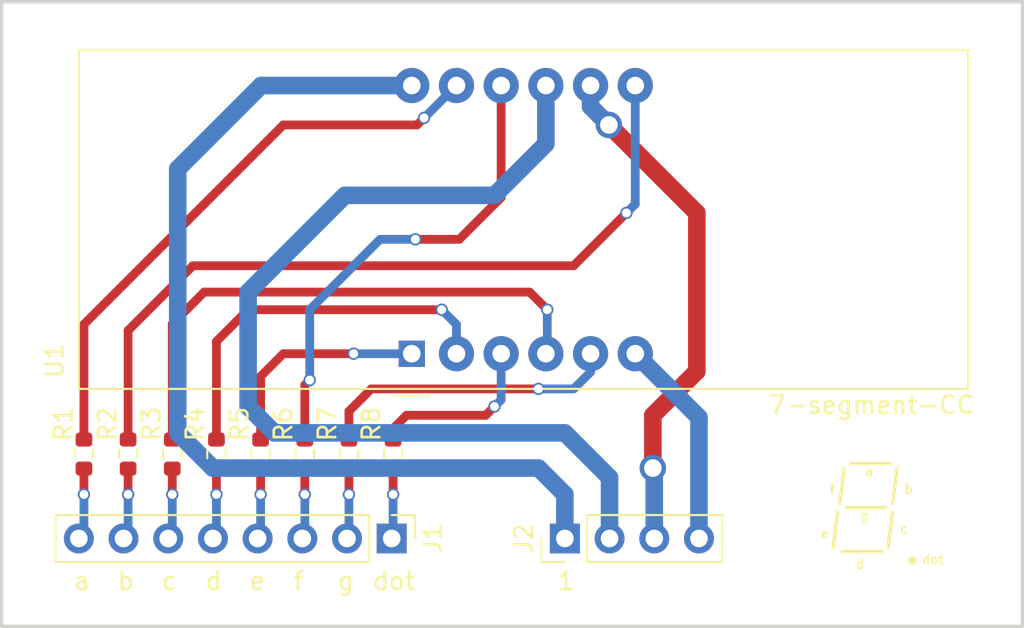
<source format=kicad_pcb>
(kicad_pcb (version 20240108) (generator "pcbnew") (generator_version "8.0")
  (layers (0 "F.Cu" signal) (31 "B.Cu" signal) (34 "B.Paste" user) (35 "F.Paste" user) (36 "B.SilkS" user "B.Silkscreen") (37 "F.SilkS" user "F.Silkscreen") (38 "B.Mask" user) (39 "F.Mask" user) (44 "Edge.Cuts" user))
  (net 0 "")
  (net 1 "Net-(U1-DPX)")
  (net 2 "Net-(U1-e)")
  (net 3 "Net-(J2-Pin_4)")
  (net 4 "Net-(U1-f)")
  (net 5 "Net-(U1-b)")
  (net 6 "Net-(U1-a)")
  (net 7 "Net-(U1-g)")
  (net 8 "Net-(U1-d)")
  (net 9 "Net-(J2-Pin_3)")
  (net 10 "Net-(U1-c)")
  (net 11 "Net-(J2-Pin_1)")
  (net 12 "Net-(J2-Pin_2)")
  (net 13 "Net-(J1-Pin_1)")
  (net 14 "Net-(J1-Pin_6)")
  (net 15 "Net-(J1-Pin_8)")
  (net 16 "Net-(J1-Pin_7)")
  (net 17 "Net-(J1-Pin_2)")
  (net 18 "Net-(J1-Pin_3)")
  (net 19 "Net-(J1-Pin_4)")
  (net 20 "Net-(J1-Pin_5)")
  (footprint "Resistor_SMD:R_0603_1608Metric" (layer "F.Cu") (at 109.19 61.705 90)
    (property "Reference" "R3" (at 1.705 -1.19 90) (layer "F.SilkS"))
    (property "Value" "180")
    (fp_line (start -0.237258 -0.5225) (end 0.237258 -0.5225) (stroke (width 0.12)) (layer "F.SilkS"))
    (fp_line (start -0.237258 0.5225) (end 0.237258 0.5225) (stroke (width 0.12)) (layer "F.SilkS"))
    (pad "1" smd roundrect (at -0.825 0 90) (size 0.8 0.95) (layers "F.Cu" "F.Paste" "F.Mask") (net 14 "Net-(J1-Pin_6)"))
    (pad "2" smd roundrect (at 0.825 0 90) (size 0.8 0.95) (layers "F.Cu" "F.Paste" "F.Mask") (net 10 "Net-(U1-c)"))
  )
  (footprint "Resistor_SMD:R_0603_1608Metric" (layer "F.Cu") (at 114.21 61.705 90)
    (property "Reference" "R5" (at 1.705 -1.21 90) (layer "F.SilkS"))
    (property "Value" "180")
    (fp_line (start -0.237258 -0.5225) (end 0.237258 -0.5225) (stroke (width 0.12)) (layer "F.SilkS"))
    (fp_line (start -0.237258 0.5225) (end 0.237258 0.5225) (stroke (width 0.12)) (layer "F.SilkS"))
    (pad "1" smd roundrect (at -0.825 0 90) (size 0.8 0.95) (layers "F.Cu" "F.Paste" "F.Mask") (net 19 "Net-(J1-Pin_4)"))
    (pad "2" smd roundrect (at 0.825 0 90) (size 0.8 0.95) (layers "F.Cu" "F.Paste" "F.Mask") (net 2 "Net-(U1-e)"))
  )
  (footprint "Resistor_SMD:R_0603_1608Metric" (layer "F.Cu") (at 104.17 61.705 90)
    (property "Reference" "R1" (at 1.705 -1.17 90) (layer "F.SilkS"))
    (property "Value" "180")
    (fp_line (start -0.237258 -0.5225) (end 0.237258 -0.5225) (stroke (width 0.12)) (layer "F.SilkS"))
    (fp_line (start -0.237258 0.5225) (end 0.237258 0.5225) (stroke (width 0.12)) (layer "F.SilkS"))
    (pad "1" smd roundrect (at -0.825 0 90) (size 0.8 0.95) (layers "F.Cu" "F.Paste" "F.Mask") (net 15 "Net-(J1-Pin_8)"))
    (pad "2" smd roundrect (at 0.825 0 90) (size 0.8 0.95) (layers "F.Cu" "F.Paste" "F.Mask") (net 6 "Net-(U1-a)"))
  )
  (footprint "Resistor_SMD:R_0603_1608Metric" (layer "F.Cu") (at 111.7 61.705 90)
    (property "Reference" "R4" (at 1.705 -1.2 90) (layer "F.SilkS"))
    (property "Value" "180")
    (fp_line (start -0.237258 -0.5225) (end 0.237258 -0.5225) (stroke (width 0.12)) (layer "F.SilkS"))
    (fp_line (start -0.237258 0.5225) (end 0.237258 0.5225) (stroke (width 0.12)) (layer "F.SilkS"))
    (pad "1" smd roundrect (at -0.825 0 90) (size 0.8 0.95) (layers "F.Cu" "F.Paste" "F.Mask") (net 20 "Net-(J1-Pin_5)"))
    (pad "2" smd roundrect (at 0.825 0 90) (size 0.8 0.95) (layers "F.Cu" "F.Paste" "F.Mask") (net 8 "Net-(U1-d)"))
  )
  (footprint "Resistor_SMD:R_0603_1608Metric" (layer "F.Cu") (at 119.23 61.705 90)
    (property "Reference" "R7" (at 1.705 -1.23 90) (layer "F.SilkS"))
    (property "Value" "180")
    (fp_line (start -0.237258 -0.5225) (end 0.237258 -0.5225) (stroke (width 0.12)) (layer "F.SilkS"))
    (fp_line (start -0.237258 0.5225) (end 0.237258 0.5225) (stroke (width 0.12)) (layer "F.SilkS"))
    (pad "1" smd roundrect (at -0.825 0 90) (size 0.8 0.95) (layers "F.Cu" "F.Paste" "F.Mask") (net 17 "Net-(J1-Pin_2)"))
    (pad "2" smd roundrect (at 0.825 0 90) (size 0.8 0.95) (layers "F.Cu" "F.Paste" "F.Mask") (net 7 "Net-(U1-g)"))
  )
  (footprint "Resistor_SMD:R_0603_1608Metric" (layer "F.Cu") (at 121.74 61.705 90)
    (property "Reference" "R8" (at 1.705 -1.24 90) (layer "F.SilkS"))
    (property "Value" "180")
    (fp_line (start -0.237258 -0.5225) (end 0.237258 -0.5225) (stroke (width 0.12)) (layer "F.SilkS"))
    (fp_line (start -0.237258 0.5225) (end 0.237258 0.5225) (stroke (width 0.12)) (layer "F.SilkS"))
    (pad "1" smd roundrect (at -0.825 0 90) (size 0.8 0.95) (layers "F.Cu" "F.Paste" "F.Mask") (net 13 "Net-(J1-Pin_1)"))
    (pad "2" smd roundrect (at 0.825 0 90) (size 0.8 0.95) (layers "F.Cu" "F.Paste" "F.Mask") (net 1 "Net-(U1-DPX)"))
  )
  (footprint "Connector_PinHeader_2.54mm:PinHeader_1x08_P2.54mm_Vertical" (layer "F.Cu") (at 121.66 66.5 -90)
    (property "Reference" "J1" (at 0 -2.33 90) (layer "F.SilkS"))
    (property "Value" "Conn_01x08_Socket")
    (fp_line (start -1.33 19.11) (end 1.33 19.11) (stroke (width 0.12)) (layer "F.SilkS"))
    (fp_line (start -1.33 1.27) (end -1.33 19.11) (stroke (width 0.12)) (layer "F.SilkS"))
    (fp_line (start -1.33 1.27) (end 1.33 1.27) (stroke (width 0.12)) (layer "F.SilkS"))
    (fp_line (start 1.33 1.27) (end 1.33 19.11) (stroke (width 0.12)) (layer "F.SilkS"))
    (fp_line (start -1.33 0) (end -1.33 -1.33) (stroke (width 0.12)) (layer "F.SilkS"))
    (fp_line (start -1.33 -1.33) (end 0 -1.33) (stroke (width 0.12)) (layer "F.SilkS"))
    (pad "1" thru_hole rect (at 0 0 270) (size 1.7 1.7) (drill 1) (layers "*.Cu" "*.Mask") (net 13 "Net-(J1-Pin_1)"))
    (pad "2" thru_hole oval (at 0 2.54 270) (size 1.7 1.7) (drill 1) (layers "*.Cu" "*.Mask") (net 17 "Net-(J1-Pin_2)"))
    (pad "3" thru_hole oval (at 0 5.08 270) (size 1.7 1.7) (drill 1) (layers "*.Cu" "*.Mask") (net 18 "Net-(J1-Pin_3)"))
    (pad "4" thru_hole oval (at 0 7.62 270) (size 1.7 1.7) (drill 1) (layers "*.Cu" "*.Mask") (net 19 "Net-(J1-Pin_4)"))
    (pad "5" thru_hole oval (at 0 10.16 270) (size 1.7 1.7) (drill 1) (layers "*.Cu" "*.Mask") (net 20 "Net-(J1-Pin_5)"))
    (pad "6" thru_hole oval (at 0 12.7 270) (size 1.7 1.7) (drill 1) (layers "*.Cu" "*.Mask") (net 14 "Net-(J1-Pin_6)"))
    (pad "7" thru_hole oval (at 0 15.24 270) (size 1.7 1.7) (drill 1) (layers "*.Cu" "*.Mask") (net 16 "Net-(J1-Pin_7)"))
    (pad "8" thru_hole oval (at 0 17.78 270) (size 1.7 1.7) (drill 1) (layers "*.Cu" "*.Mask") (net 15 "Net-(J1-Pin_8)"))
  )
  (footprint "Connector_PinHeader_2.54mm:PinHeader_1x04_P2.54mm_Vertical" (layer "F.Cu") (at 131.5 66.5 90)
    (property "Reference" "J2" (at 0 -2.33 90) (layer "F.SilkS"))
    (property "Value" "Conn_01x04_Socket")
    (fp_line (start -1.33 -1.33) (end 0 -1.33) (stroke (width 0.12)) (layer "F.SilkS"))
    (fp_line (start -1.33 0) (end -1.33 -1.33) (stroke (width 0.12)) (layer "F.SilkS"))
    (fp_line (start 1.33 1.27) (end 1.33 8.95) (stroke (width 0.12)) (layer "F.SilkS"))
    (fp_line (start -1.33 1.27) (end 1.33 1.27) (stroke (width 0.12)) (layer "F.SilkS"))
    (fp_line (start -1.33 1.27) (end -1.33 8.95) (stroke (width 0.12)) (layer "F.SilkS"))
    (fp_line (start -1.33 8.95) (end 1.33 8.95) (stroke (width 0.12)) (layer "F.SilkS"))
    (pad "1" thru_hole rect (at 0 0 90) (size 1.7 1.7) (drill 1) (layers "*.Cu" "*.Mask") (net 11 "Net-(J2-Pin_1)"))
    (pad "2" thru_hole oval (at 0 2.54 90) (size 1.7 1.7) (drill 1) (layers "*.Cu" "*.Mask") (net 12 "Net-(J2-Pin_2)"))
    (pad "3" thru_hole oval (at 0 5.08 90) (size 1.7 1.7) (drill 1) (layers "*.Cu" "*.Mask") (net 9 "Net-(J2-Pin_3)"))
    (pad "4" thru_hole oval (at 0 7.62 90) (size 1.7 1.7) (drill 1) (layers "*.Cu" "*.Mask") (net 3 "Net-(J2-Pin_4)"))
  )
  (footprint "Resistor_SMD:R_0603_1608Metric" (layer "F.Cu") (at 116.72 61.705 90)
    (property "Reference" "R6" (at 1.705 -1.22 90) (layer "F.SilkS"))
    (property "Value" "180")
    (fp_line (start -0.237258 -0.5225) (end 0.237258 -0.5225) (stroke (width 0.12)) (layer "F.SilkS"))
    (fp_line (start -0.237258 0.5225) (end 0.237258 0.5225) (stroke (width 0.12)) (layer "F.SilkS"))
    (pad "1" smd roundrect (at -0.825 0 90) (size 0.8 0.95) (layers "F.Cu" "F.Paste" "F.Mask") (net 18 "Net-(J1-Pin_3)"))
    (pad "2" smd roundrect (at 0.825 0 90) (size 0.8 0.95) (layers "F.Cu" "F.Paste" "F.Mask") (net 4 "Net-(U1-f)"))
  )
  (footprint "Display_7Segment:CA56-12EWA" (layer "F.Cu") (at 122.8 56 90)
    (property "Reference" "U1" (at -0.4 -20.31 90) (layer "F.SilkS"))
    (property "Value" "CC56-12EWA")
    (fp_line (start -2 -18.92) (end 17.24 -18.92) (stroke (width 0.12)) (layer "F.SilkS"))
    (fp_line (start -2 -18.92) (end -2 31.62) (stroke (width 0.12)) (layer "F.SilkS"))
    (fp_line (start -2.38 -1) (end -2.38 1) (stroke (width 0.12)) (layer "F.SilkS"))
    (fp_line (start 17.24 31.62) (end 17.24 -18.92) (stroke (width 0.12)) (layer "F.SilkS"))
    (fp_line (start -2 31.62) (end 17.24 31.62) (stroke (width 0.12)) (layer "F.SilkS"))
    (pad "1" thru_hole rect (at 0 0 90) (size 1.5 1.5) (drill 1) (layers "*.Cu" "*.Mask") (net 2 "Net-(U1-e)"))
    (pad "2" thru_hole circle (at 0 2.54 90) (size 2 2) (drill 1) (layers "*.Cu" "*.Mask") (net 8 "Net-(U1-d)"))
    (pad "3" thru_hole circle (at 0 5.08 90) (size 2 2) (drill 1) (layers "*.Cu" "*.Mask") (net 1 "Net-(U1-DPX)"))
    (pad "4" thru_hole circle (at 0 7.62 90) (size 2 2) (drill 1) (layers "*.Cu" "*.Mask") (net 10 "Net-(U1-c)"))
    (pad "5" thru_hole circle (at 0 10.16 90) (size 2 2) (drill 1) (layers "*.Cu" "*.Mask") (net 7 "Net-(U1-g)"))
    (pad "6" thru_hole circle (at 0 12.7 90) (size 2 2) (drill 1) (layers "*.Cu" "*.Mask") (net 3 "Net-(J2-Pin_4)"))
    (pad "7" thru_hole circle (at 15.24 12.7 90) (size 2 2) (drill 1) (layers "*.Cu" "*.Mask") (net 5 "Net-(U1-b)"))
    (pad "8" thru_hole circle (at 15.24 10.16 90) (size 2 2) (drill 1) (layers "*.Cu" "*.Mask") (net 9 "Net-(J2-Pin_3)"))
    (pad "9" thru_hole circle (at 15.24 7.62 90) (size 2 2) (drill 1) (layers "*.Cu" "*.Mask") (net 12 "Net-(J2-Pin_2)"))
    (pad "10" thru_hole circle (at 15.24 5.08 90) (size 2 2) (drill 1) (layers "*.Cu" "*.Mask") (net 4 "Net-(U1-f)"))
    (pad "11" thru_hole circle (at 15.24 2.54 90) (size 2 2) (drill 1) (layers "*.Cu" "*.Mask") (net 6 "Net-(U1-a)"))
    (pad "12" thru_hole circle (at 15.24 0 90) (size 2 2) (drill 1) (layers "*.Cu" "*.Mask") (net 11 "Net-(J2-Pin_1)"))
  )
  (footprint "Resistor_SMD:R_0603_1608Metric" (layer "F.Cu") (at 106.68 61.705 90)
    (property "Reference" "R2" (at 1.705 -1.18 90) (layer "F.SilkS"))
    (property "Value" "180")
    (fp_line (start -0.237258 -0.5225) (end 0.237258 -0.5225) (stroke (width 0.12)) (layer "F.SilkS"))
    (fp_line (start -0.237258 0.5225) (end 0.237258 0.5225) (stroke (width 0.12)) (layer "F.SilkS"))
    (pad "1" smd roundrect (at -0.825 0 90) (size 0.8 0.95) (layers "F.Cu" "F.Paste" "F.Mask") (net 16 "Net-(J1-Pin_7)"))
    (pad "2" smd roundrect (at 0.825 0 90) (size 0.8 0.95) (layers "F.Cu" "F.Paste" "F.Mask") (net 5 "Net-(U1-b)"))
  )
  (gr_line (start 146.75 67) (end 147 65) (stroke (width 0.2)) (layer "F.SilkS"))
  (gr_line (start 147.125 64.5) (end 147.375 62.5) (stroke (width 0.2)) (layer "F.SilkS"))
  (gr_line (start 150.375 62.5) (end 150.125 64.5) (stroke (width 0.2)) (layer "F.SilkS"))
  (gr_circle (center 151.25 67.75) (end 151.45 67.75) (stroke (width 0.1)) (fill solid) (layer "F.SilkS"))
  (gr_line (start 147.5 64.75) (end 149.75 64.75) (stroke (width 0.2)) (layer "F.SilkS"))
  (gr_line (start 149.5 67.25) (end 147.25 67.25) (stroke (width 0.2)) (layer "F.SilkS"))
  (gr_line (start 150.125 65) (end 149.875 67) (stroke (width 0.2)) (layer "F.SilkS"))
  (gr_line (start 147.75 62.25) (end 150 62.25) (stroke (width 0.2)) (layer "F.SilkS"))
  (gr_rect (start 99.5 36) (end 157.5 71.5) (stroke (width 0.2)) (fill none) (layer "Edge.Cuts"))
  (gr_text "f" (at 146.5 64 0) (layer "F.SilkS") (effects (font (size 0.5 0.5) (thickness 0.1)) (justify left bottom)))
  (gr_text "dot" (at 120.5 69.5 0) (layer "F.SilkS") (effects (font (size 1 1)) (justify left bottom)))
  (gr_text "e" (at 113.5 69.5 0) (layer "F.SilkS") (effects (font (size 1 1)) (justify left bottom)))
  (gr_text "dot" (at 151.75 68 0) (layer "F.SilkS") (effects (font (size 0.5 0.5) (thickness 0.1)) (justify left bottom)))
  (gr_text "f" (at 116 69.5 0) (layer "F.SilkS") (effects (font (size 1 1)) (justify left bottom)))
  (gr_text "7-segment-CC" (at 143 59.5 0) (layer "F.SilkS") (effects (font (size 1 1)) (justify left bottom)))
  (gr_text "g" (at 148.25 65.5 0) (layer "F.SilkS") (effects (font (size 0.5 0.5) (thickness 0.1)) (justify left bottom)))
  (gr_text "a" (at 148.5 63 0) (layer "F.SilkS") (effects (font (size 0.5 0.5) (thickness 0.1)) (justify left bottom)))
  (gr_text "g" (at 118.5 69.5 0) (layer "F.SilkS") (effects (font (size 1 1)) (justify left bottom)))
  (gr_text "d" (at 111 69.5 0) (layer "F.SilkS") (effects (font (size 1 1)) (justify left bottom)))
  (gr_text "a" (at 103.5 69.5 0) (layer "F.SilkS") (effects (font (size 1 1)) (justify left bottom)))
  (gr_text "c" (at 150.5 66.25 0) (layer "F.SilkS") (effects (font (size 0.5 0.5) (thickness 0.1)) (justify left bottom)))
  (gr_text "b" (at 150.75 64 0) (layer "F.SilkS") (effects (font (size 0.5 0.5) (thickness 0.1)) (justify left bottom)))
  (gr_text "1" (at 131 69.5 0) (layer "F.SilkS") (effects (font (size 1 1)) (justify left bottom)))
  (gr_text "b" (at 106 69.5 0) (layer "F.SilkS") (effects (font (size 1 1)) (justify left bottom)))
  (gr_text "e" (at 146 66.5 0) (layer "F.SilkS") (effects (font (size 0.5 0.5) (thickness 0.1)) (justify left bottom)))
  (gr_text "c" (at 108.5 69.5 0) (layer "F.SilkS") (effects (font (size 1 1)) (justify left bottom)))
  (gr_text "d" (at 148 68.25 0) (layer "F.SilkS") (effects (font (size 0.5 0.5) (thickness 0.1)) (justify left bottom)))
  (segment (start 127 59.5) (end 122.5 59.5) (width 0.5) (layer "F.Cu") (net 1))
  (segment (start 121.74 60.26) (end 121.74 60.88) (width 0.5) (layer "F.Cu") (net 1))
  (segment (start 122.5 59.5) (end 121.74 60.26) (width 0.5) (layer "F.Cu") (net 1))
  (segment (start 127.5 59) (end 127 59.5) (width 0.5) (layer "F.Cu") (net 1))
  (via (at 127.5 59) (size 0.7) (drill 0.5) (layers "F.Cu" "B.Cu") (net 1))
  (segment (start 127.88 58.62) (end 127.88 56) (width 0.5) (layer "B.Cu") (net 1))
  (segment (start 127.5 59) (end 127.88 58.62) (width 0.5) (layer "B.Cu") (net 1))
  (segment (start 115.5 56) (end 119.5 56) (width 0.5) (layer "F.Cu") (net 2))
  (segment (start 114.21 60.88) (end 114.21 57.29) (width 0.5) (layer "F.Cu") (net 2))
  (segment (start 114.21 57.29) (end 115.5 56) (width 0.5) (layer "F.Cu") (net 2))
  (via (at 119.5 56) (size 0.7) (drill 0.5) (layers "F.Cu" "B.Cu") (net 2))
  (segment (start 119.5 56) (end 122.8 56) (width 0.5) (layer "B.Cu") (net 2))
  (segment (start 139.12 66.5) (end 139.12 59.62) (width 1) (layer "B.Cu") (net 3))
  (segment (start 139.12 59.62) (end 135.5 56) (width 1) (layer "B.Cu") (net 3))
  (segment (start 116.72 57.78) (end 117 57.5) (width 0.5) (layer "F.Cu") (net 4))
  (segment (start 125.5 49.5) (end 127.88 47.12) (width 0.5) (layer "F.Cu") (net 4))
  (segment (start 127.88 47.12) (end 127.88 40.76) (width 0.5) (layer "F.Cu") (net 4))
  (segment (start 116.72 60.88) (end 116.72 57.78) (width 0.5) (layer "F.Cu") (net 4))
  (segment (start 123 49.5) (end 125.5 49.5) (width 0.5) (layer "F.Cu") (net 4))
  (via (at 123 49.5) (size 0.7) (drill 0.5) (layers "F.Cu" "B.Cu") (net 4))
  (via (at 117 57.5) (size 0.7) (drill 0.5) (layers "F.Cu" "B.Cu") (net 4))
  (segment (start 117 57.5) (end 117 53.5) (width 0.5) (layer "B.Cu") (net 4))
  (segment (start 121 49.5) (end 123 49.5) (width 0.5) (layer "B.Cu") (net 4))
  (segment (start 117 53.5) (end 121 49.5) (width 0.5) (layer "B.Cu") (net 4))
  (segment (start 110.36 51) (end 106.68 54.68) (width 0.5) (layer "F.Cu") (net 5))
  (segment (start 132 51) (end 110.36 51) (width 0.5) (layer "F.Cu") (net 5))
  (segment (start 106.68 54.68) (end 106.68 60.88) (width 0.5) (layer "F.Cu") (net 5))
  (segment (start 135 48) (end 132 51) (width 0.5) (layer "F.Cu") (net 5))
  (via (at 135 48) (size 0.7) (drill 0.5) (layers "F.Cu" "B.Cu") (net 5))
  (segment (start 135 48) (end 135.5 47.5) (width 0.5) (layer "B.Cu") (net 5))
  (segment (start 135.5 47.5) (end 135.5 40.76) (width 0.5) (layer "B.Cu") (net 5))
  (segment (start 123.5 42.6) (end 123.1 43) (width 0.5) (layer "F.Cu") (net 6))
  (segment (start 115.5 43) (end 104.17 54.33) (width 0.5) (layer "F.Cu") (net 6))
  (segment (start 123.1 43) (end 115.5 43) (width 0.5) (layer "F.Cu") (net 6))
  (segment (start 104.17 54.33) (end 104.17 60.88) (width 0.5) (layer "F.Cu") (net 6))
  (via (at 123.5 42.6) (size 0.7) (drill 0.5) (layers "F.Cu" "B.Cu") (net 6))
  (segment (start 123.5 42.6) (end 125.34 40.76) (width 0.5) (layer "B.Cu") (net 6))
  (segment (start 119.23 59.27) (end 119.23 60.88) (width 0.5) (layer "F.Cu") (net 7))
  (segment (start 120.5 58) (end 119.23 59.27) (width 0.5) (layer "F.Cu") (net 7))
  (segment (start 130 58) (end 120.5 58) (width 0.5) (layer "F.Cu") (net 7))
  (via (at 130 58) (size 0.7) (drill 0.5) (layers "F.Cu" "B.Cu") (net 7))
  (segment (start 132 58) (end 132.96 57.04) (width 0.5) (layer "B.Cu") (net 7))
  (segment (start 130 58) (end 132 58) (width 0.5) (layer "B.Cu") (net 7))
  (segment (start 132.96 57.04) (end 132.96 56) (width 0.5) (layer "B.Cu") (net 7))
  (segment (start 124.5 53.5) (end 113.5 53.5) (width 0.5) (layer "F.Cu") (net 8))
  (segment (start 113.5 53.5) (end 111.7 55.3) (width 0.5) (layer "F.Cu") (net 8))
  (segment (start 111.7 55.3) (end 111.7 60.88) (width 0.5) (layer "F.Cu") (net 8))
  (via (at 124.5 53.5) (size 0.7) (drill 0.5) (layers "F.Cu" "B.Cu") (net 8))
  (segment (start 124.5 53.5) (end 125.34 54.34) (width 0.5) (layer "B.Cu") (net 8))
  (segment (start 125.34 54.34) (end 125.34 56) (width 0.5) (layer "B.Cu") (net 8))
  (segment (start 139 48) (end 134 43) (width 1) (layer "F.Cu") (net 9))
  (segment (start 139 57) (end 139 48) (width 1) (layer "F.Cu") (net 9))
  (segment (start 136.5 62.5) (end 136.5 59.5) (width 1) (layer "F.Cu") (net 9))
  (segment (start 136.5 59.5) (end 139 57) (width 1) (layer "F.Cu") (net 9))
  (via (at 134 43) (size 1.5) (drill 1) (layers "F.Cu" "B.Cu") (net 9))
  (via (at 136.5 62.5) (size 1.5) (drill 1) (layers "F.Cu" "B.Cu") (net 9))
  (segment (start 132.96 40.76) (end 132.96 41.96) (width 1) (layer "B.Cu") (net 9))
  (segment (start 132.96 41.96) (end 134 43) (width 1) (layer "B.Cu") (net 9))
  (segment (start 136.58 66.5) (end 136.58 62.58) (width 1) (layer "B.Cu") (net 9))
  (segment (start 136.58 62.58) (end 136.5 62.5) (width 1) (layer "B.Cu") (net 9))
  (segment (start 109.19 54.31) (end 111 52.5) (width 0.5) (layer "F.Cu") (net 10))
  (segment (start 109.19 60.88) (end 109.19 54.31) (width 0.5) (layer "F.Cu") (net 10))
  (segment (start 129.5 52.5) (end 130.5 53.5) (width 0.5) (layer "F.Cu") (net 10))
  (segment (start 111 52.5) (end 129.5 52.5) (width 0.5) (layer "F.Cu") (net 10))
  (via (at 130.5 53.5) (size 0.7) (drill 0.5) (layers "F.Cu" "B.Cu") (net 10))
  (segment (start 130.5 53.5) (end 130.5 55.92) (width 0.5) (layer "B.Cu") (net 10))
  (segment (start 130.5 55.92) (end 130.42 56) (width 0.5) (layer "B.Cu") (net 10))
  (segment (start 109.5 60.5) (end 109.5 45.5) (width 1) (layer "B.Cu") (net 11))
  (segment (start 114.24 40.76) (end 122.8 40.76) (width 1) (layer "B.Cu") (net 11))
  (segment (start 130 62.5) (end 111.5 62.5) (width 1) (layer "B.Cu") (net 11))
  (segment (start 111.5 62.5) (end 109.5 60.5) (width 1) (layer "B.Cu") (net 11))
  (segment (start 131.5 64) (end 130 62.5) (width 1) (layer "B.Cu") (net 11))
  (segment (start 109.5 45.5) (end 114.24 40.76) (width 1) (layer "B.Cu") (net 11))
  (segment (start 131.5 66.5) (end 131.5 64) (width 1) (layer "B.Cu") (net 11))
  (segment (start 134.04 63.04) (end 131.5 60.5) (width 1) (layer "B.Cu") (net 12))
  (segment (start 119 47) (end 127.5 47) (width 1) (layer "B.Cu") (net 12))
  (segment (start 134.04 66.5) (end 134.04 63.04) (width 1) (layer "B.Cu") (net 12))
  (segment (start 130.42 44.08) (end 130.42 40.76) (width 1) (layer "B.Cu") (net 12))
  (segment (start 131.5 60.5) (end 115 60.5) (width 1) (layer "B.Cu") (net 12))
  (segment (start 127.5 47) (end 130.42 44.08) (width 1) (layer "B.Cu") (net 12))
  (segment (start 115 60.5) (end 113.5 59) (width 1) (layer "B.Cu") (net 12))
  (segment (start 113.5 52.5) (end 119 47) (width 1) (layer "B.Cu") (net 12))
  (segment (start 113.5 59) (end 113.5 52.5) (width 1) (layer "B.Cu") (net 12))
  (segment (start 121.74 64) (end 121.74 62.53) (width 0.5) (layer "F.Cu") (net 13))
  (via (at 121.74 64) (size 0.7) (drill 0.5) (layers "F.Cu" "B.Cu") (net 13))
  (segment (start 121.74 66.42) (end 121.66 66.5) (width 0.5) (layer "B.Cu") (net 13))
  (segment (start 121.74 64) (end 121.74 66.42) (width 0.5) (layer "B.Cu") (net 13))
  (segment (start 109.19 64) (end 109.19 62.53) (width 0.5) (layer "F.Cu") (net 14))
  (via (at 109.19 64) (size 0.7) (drill 0.5) (layers "F.Cu" "B.Cu") (net 14))
  (segment (start 109.19 64) (end 109.19 66.27) (width 0.5) (layer "B.Cu") (net 14))
  (segment (start 109.19 66.27) (end 108.96 66.5) (width 0.5) (layer "B.Cu") (net 14))
  (segment (start 104.17 64) (end 104.17 62.53) (width 0.5) (layer "F.Cu") (net 15))
  (via (at 104.17 64) (size 0.7) (drill 0.5) (layers "F.Cu" "B.Cu") (net 15))
  (segment (start 104.17 66.21) (end 103.88 66.5) (width 0.5) (layer "B.Cu") (net 15))
  (segment (start 104.17 64) (end 104.17 66.21) (width 0.5) (layer "B.Cu") (net 15))
  (segment (start 106.68 64) (end 106.68 62.53) (width 0.5) (layer "F.Cu") (net 16))
  (via (at 106.68 64) (size 0.7) (drill 0.5) (layers "F.Cu" "B.Cu") (net 16))
  (segment (start 106.68 64) (end 106.68 66.24) (width 0.5) (layer "B.Cu") (net 16))
  (segment (start 106.68 66.24) (end 106.42 66.5) (width 0.5) (layer "B.Cu") (net 16))
  (segment (start 119.23 64) (end 119.23 62.53) (width 0.5) (layer "F.Cu") (net 17))
  (via (at 119.23 64) (size 0.7) (drill 0.5) (layers "F.Cu" "B.Cu") (net 17))
  (segment (start 119.23 64) (end 119.23 66.39) (width 0.5) (layer "B.Cu") (net 17))
  (segment (start 119.23 66.39) (end 119.12 66.5) (width 0.5) (layer "B.Cu") (net 17))
  (segment (start 116.72 64) (end 116.72 62.53) (width 0.5) (layer "F.Cu") (net 18))
  (via (at 116.72 64) (size 0.7) (drill 0.5) (layers "F.Cu" "B.Cu") (net 18))
  (segment (start 116.72 64) (end 116.72 66.36) (width 0.5) (layer "B.Cu") (net 18))
  (segment (start 116.72 66.36) (end 116.58 66.5) (width 0.5) (layer "B.Cu") (net 18))
  (segment (start 114.21 64) (end 114.21 62.53) (width 0.5) (layer "F.Cu") (net 19))
  (via (at 114.21 64) (size 0.7) (drill 0.5) (layers "F.Cu" "B.Cu") (net 19))
  (segment (start 114.21 66.33) (end 114.04 66.5) (width 0.5) (layer "B.Cu") (net 19))
  (segment (start 114.21 64) (end 114.21 66.33) (width 0.5) (layer "B.Cu") (net 19))
  (segment (start 111.7 64) (end 111.7 62.53) (width 0.5) (layer "F.Cu") (net 20))
  (via (at 111.7 64) (size 0.7) (drill 0.5) (layers "F.Cu" "B.Cu") (net 20))
  (segment (start 111.7 64) (end 111.7 66.3) (width 0.5) (layer "B.Cu") (net 20))
  (segment (start 111.7 66.3) (end 111.5 66.5) (width 0.5) (layer "B.Cu") (net 20))
)
</source>
